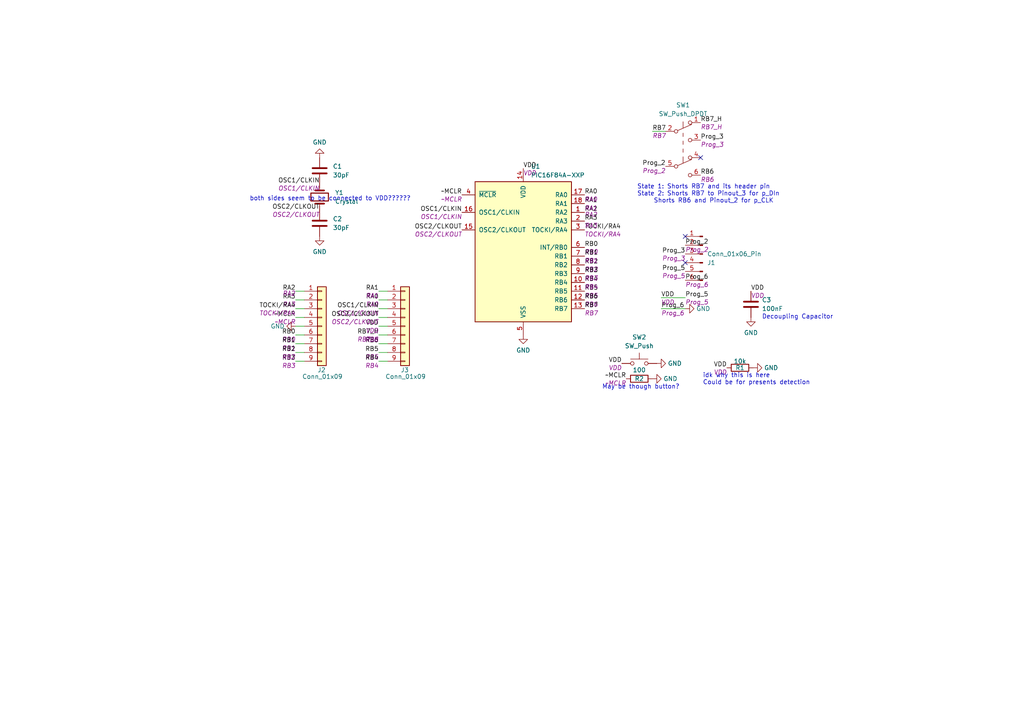
<source format=kicad_sch>
(kicad_sch (version 20230121) (generator eeschema)

  (uuid 7f6162c7-bf28-4710-bfd8-a5a2d74cbb67)

  (paper "A4")

  (lib_symbols
    (symbol "Connector:Conn_01x06_Pin" (pin_names (offset 1.016) hide) (in_bom yes) (on_board yes)
      (property "Reference" "J" (at 0 7.62 0)
        (effects (font (size 1.27 1.27)))
      )
      (property "Value" "Conn_01x06_Pin" (at 0 -10.16 0)
        (effects (font (size 1.27 1.27)))
      )
      (property "Footprint" "" (at 0 0 0)
        (effects (font (size 1.27 1.27)) hide)
      )
      (property "Datasheet" "~" (at 0 0 0)
        (effects (font (size 1.27 1.27)) hide)
      )
      (property "ki_locked" "" (at 0 0 0)
        (effects (font (size 1.27 1.27)))
      )
      (property "ki_keywords" "connector" (at 0 0 0)
        (effects (font (size 1.27 1.27)) hide)
      )
      (property "ki_description" "Generic connector, single row, 01x06, script generated" (at 0 0 0)
        (effects (font (size 1.27 1.27)) hide)
      )
      (property "ki_fp_filters" "Connector*:*_1x??_*" (at 0 0 0)
        (effects (font (size 1.27 1.27)) hide)
      )
      (symbol "Conn_01x06_Pin_1_1"
        (polyline
          (pts
            (xy 1.27 -7.62)
            (xy 0.8636 -7.62)
          )
          (stroke (width 0.1524) (type default))
          (fill (type none))
        )
        (polyline
          (pts
            (xy 1.27 -5.08)
            (xy 0.8636 -5.08)
          )
          (stroke (width 0.1524) (type default))
          (fill (type none))
        )
        (polyline
          (pts
            (xy 1.27 -2.54)
            (xy 0.8636 -2.54)
          )
          (stroke (width 0.1524) (type default))
          (fill (type none))
        )
        (polyline
          (pts
            (xy 1.27 0)
            (xy 0.8636 0)
          )
          (stroke (width 0.1524) (type default))
          (fill (type none))
        )
        (polyline
          (pts
            (xy 1.27 2.54)
            (xy 0.8636 2.54)
          )
          (stroke (width 0.1524) (type default))
          (fill (type none))
        )
        (polyline
          (pts
            (xy 1.27 5.08)
            (xy 0.8636 5.08)
          )
          (stroke (width 0.1524) (type default))
          (fill (type none))
        )
        (rectangle (start 0.8636 -7.493) (end 0 -7.747)
          (stroke (width 0.1524) (type default))
          (fill (type outline))
        )
        (rectangle (start 0.8636 -4.953) (end 0 -5.207)
          (stroke (width 0.1524) (type default))
          (fill (type outline))
        )
        (rectangle (start 0.8636 -2.413) (end 0 -2.667)
          (stroke (width 0.1524) (type default))
          (fill (type outline))
        )
        (rectangle (start 0.8636 0.127) (end 0 -0.127)
          (stroke (width 0.1524) (type default))
          (fill (type outline))
        )
        (rectangle (start 0.8636 2.667) (end 0 2.413)
          (stroke (width 0.1524) (type default))
          (fill (type outline))
        )
        (rectangle (start 0.8636 5.207) (end 0 4.953)
          (stroke (width 0.1524) (type default))
          (fill (type outline))
        )
        (pin passive line (at 5.08 5.08 180) (length 3.81)
          (name "Pin_1" (effects (font (size 1.27 1.27))))
          (number "1" (effects (font (size 1.27 1.27))))
        )
        (pin passive line (at 5.08 2.54 180) (length 3.81)
          (name "Pin_2" (effects (font (size 1.27 1.27))))
          (number "2" (effects (font (size 1.27 1.27))))
        )
        (pin passive line (at 5.08 0 180) (length 3.81)
          (name "Pin_3" (effects (font (size 1.27 1.27))))
          (number "3" (effects (font (size 1.27 1.27))))
        )
        (pin passive line (at 5.08 -2.54 180) (length 3.81)
          (name "Pin_4" (effects (font (size 1.27 1.27))))
          (number "4" (effects (font (size 1.27 1.27))))
        )
        (pin passive line (at 5.08 -5.08 180) (length 3.81)
          (name "Pin_5" (effects (font (size 1.27 1.27))))
          (number "5" (effects (font (size 1.27 1.27))))
        )
        (pin passive line (at 5.08 -7.62 180) (length 3.81)
          (name "Pin_6" (effects (font (size 1.27 1.27))))
          (number "6" (effects (font (size 1.27 1.27))))
        )
      )
    )
    (symbol "Connector_Generic:Conn_01x09" (pin_names (offset 1.016) hide) (in_bom yes) (on_board yes)
      (property "Reference" "J" (at 0 12.7 0)
        (effects (font (size 1.27 1.27)))
      )
      (property "Value" "Conn_01x09" (at 0 -12.7 0)
        (effects (font (size 1.27 1.27)))
      )
      (property "Footprint" "" (at 0 0 0)
        (effects (font (size 1.27 1.27)) hide)
      )
      (property "Datasheet" "~" (at 0 0 0)
        (effects (font (size 1.27 1.27)) hide)
      )
      (property "ki_keywords" "connector" (at 0 0 0)
        (effects (font (size 1.27 1.27)) hide)
      )
      (property "ki_description" "Generic connector, single row, 01x09, script generated (kicad-library-utils/schlib/autogen/connector/)" (at 0 0 0)
        (effects (font (size 1.27 1.27)) hide)
      )
      (property "ki_fp_filters" "Connector*:*_1x??_*" (at 0 0 0)
        (effects (font (size 1.27 1.27)) hide)
      )
      (symbol "Conn_01x09_1_1"
        (rectangle (start -1.27 -10.033) (end 0 -10.287)
          (stroke (width 0.1524) (type default))
          (fill (type none))
        )
        (rectangle (start -1.27 -7.493) (end 0 -7.747)
          (stroke (width 0.1524) (type default))
          (fill (type none))
        )
        (rectangle (start -1.27 -4.953) (end 0 -5.207)
          (stroke (width 0.1524) (type default))
          (fill (type none))
        )
        (rectangle (start -1.27 -2.413) (end 0 -2.667)
          (stroke (width 0.1524) (type default))
          (fill (type none))
        )
        (rectangle (start -1.27 0.127) (end 0 -0.127)
          (stroke (width 0.1524) (type default))
          (fill (type none))
        )
        (rectangle (start -1.27 2.667) (end 0 2.413)
          (stroke (width 0.1524) (type default))
          (fill (type none))
        )
        (rectangle (start -1.27 5.207) (end 0 4.953)
          (stroke (width 0.1524) (type default))
          (fill (type none))
        )
        (rectangle (start -1.27 7.747) (end 0 7.493)
          (stroke (width 0.1524) (type default))
          (fill (type none))
        )
        (rectangle (start -1.27 10.287) (end 0 10.033)
          (stroke (width 0.1524) (type default))
          (fill (type none))
        )
        (rectangle (start -1.27 11.43) (end 1.27 -11.43)
          (stroke (width 0.254) (type default))
          (fill (type background))
        )
        (pin passive line (at -5.08 10.16 0) (length 3.81)
          (name "Pin_1" (effects (font (size 1.27 1.27))))
          (number "1" (effects (font (size 1.27 1.27))))
        )
        (pin passive line (at -5.08 7.62 0) (length 3.81)
          (name "Pin_2" (effects (font (size 1.27 1.27))))
          (number "2" (effects (font (size 1.27 1.27))))
        )
        (pin passive line (at -5.08 5.08 0) (length 3.81)
          (name "Pin_3" (effects (font (size 1.27 1.27))))
          (number "3" (effects (font (size 1.27 1.27))))
        )
        (pin passive line (at -5.08 2.54 0) (length 3.81)
          (name "Pin_4" (effects (font (size 1.27 1.27))))
          (number "4" (effects (font (size 1.27 1.27))))
        )
        (pin passive line (at -5.08 0 0) (length 3.81)
          (name "Pin_5" (effects (font (size 1.27 1.27))))
          (number "5" (effects (font (size 1.27 1.27))))
        )
        (pin passive line (at -5.08 -2.54 0) (length 3.81)
          (name "Pin_6" (effects (font (size 1.27 1.27))))
          (number "6" (effects (font (size 1.27 1.27))))
        )
        (pin passive line (at -5.08 -5.08 0) (length 3.81)
          (name "Pin_7" (effects (font (size 1.27 1.27))))
          (number "7" (effects (font (size 1.27 1.27))))
        )
        (pin passive line (at -5.08 -7.62 0) (length 3.81)
          (name "Pin_8" (effects (font (size 1.27 1.27))))
          (number "8" (effects (font (size 1.27 1.27))))
        )
        (pin passive line (at -5.08 -10.16 0) (length 3.81)
          (name "Pin_9" (effects (font (size 1.27 1.27))))
          (number "9" (effects (font (size 1.27 1.27))))
        )
      )
    )
    (symbol "Device:C" (pin_numbers hide) (pin_names (offset 0.254)) (in_bom yes) (on_board yes)
      (property "Reference" "C" (at 0.635 2.54 0)
        (effects (font (size 1.27 1.27)) (justify left))
      )
      (property "Value" "C" (at 0.635 -2.54 0)
        (effects (font (size 1.27 1.27)) (justify left))
      )
      (property "Footprint" "" (at 0.9652 -3.81 0)
        (effects (font (size 1.27 1.27)) hide)
      )
      (property "Datasheet" "~" (at 0 0 0)
        (effects (font (size 1.27 1.27)) hide)
      )
      (property "ki_keywords" "cap capacitor" (at 0 0 0)
        (effects (font (size 1.27 1.27)) hide)
      )
      (property "ki_description" "Unpolarized capacitor" (at 0 0 0)
        (effects (font (size 1.27 1.27)) hide)
      )
      (property "ki_fp_filters" "C_*" (at 0 0 0)
        (effects (font (size 1.27 1.27)) hide)
      )
      (symbol "C_0_1"
        (polyline
          (pts
            (xy -2.032 -0.762)
            (xy 2.032 -0.762)
          )
          (stroke (width 0.508) (type default))
          (fill (type none))
        )
        (polyline
          (pts
            (xy -2.032 0.762)
            (xy 2.032 0.762)
          )
          (stroke (width 0.508) (type default))
          (fill (type none))
        )
      )
      (symbol "C_1_1"
        (pin passive line (at 0 3.81 270) (length 2.794)
          (name "~" (effects (font (size 1.27 1.27))))
          (number "1" (effects (font (size 1.27 1.27))))
        )
        (pin passive line (at 0 -3.81 90) (length 2.794)
          (name "~" (effects (font (size 1.27 1.27))))
          (number "2" (effects (font (size 1.27 1.27))))
        )
      )
    )
    (symbol "Device:Crystal" (pin_numbers hide) (pin_names (offset 1.016) hide) (in_bom yes) (on_board yes)
      (property "Reference" "Y" (at 0 3.81 0)
        (effects (font (size 1.27 1.27)))
      )
      (property "Value" "Crystal" (at 0 -3.81 0)
        (effects (font (size 1.27 1.27)))
      )
      (property "Footprint" "" (at 0 0 0)
        (effects (font (size 1.27 1.27)) hide)
      )
      (property "Datasheet" "~" (at 0 0 0)
        (effects (font (size 1.27 1.27)) hide)
      )
      (property "ki_keywords" "quartz ceramic resonator oscillator" (at 0 0 0)
        (effects (font (size 1.27 1.27)) hide)
      )
      (property "ki_description" "Two pin crystal" (at 0 0 0)
        (effects (font (size 1.27 1.27)) hide)
      )
      (property "ki_fp_filters" "Crystal*" (at 0 0 0)
        (effects (font (size 1.27 1.27)) hide)
      )
      (symbol "Crystal_0_1"
        (rectangle (start -1.143 2.54) (end 1.143 -2.54)
          (stroke (width 0.3048) (type default))
          (fill (type none))
        )
        (polyline
          (pts
            (xy -2.54 0)
            (xy -1.905 0)
          )
          (stroke (width 0) (type default))
          (fill (type none))
        )
        (polyline
          (pts
            (xy -1.905 -1.27)
            (xy -1.905 1.27)
          )
          (stroke (width 0.508) (type default))
          (fill (type none))
        )
        (polyline
          (pts
            (xy 1.905 -1.27)
            (xy 1.905 1.27)
          )
          (stroke (width 0.508) (type default))
          (fill (type none))
        )
        (polyline
          (pts
            (xy 2.54 0)
            (xy 1.905 0)
          )
          (stroke (width 0) (type default))
          (fill (type none))
        )
      )
      (symbol "Crystal_1_1"
        (pin passive line (at -3.81 0 0) (length 1.27)
          (name "1" (effects (font (size 1.27 1.27))))
          (number "1" (effects (font (size 1.27 1.27))))
        )
        (pin passive line (at 3.81 0 180) (length 1.27)
          (name "2" (effects (font (size 1.27 1.27))))
          (number "2" (effects (font (size 1.27 1.27))))
        )
      )
    )
    (symbol "Device:R" (pin_numbers hide) (pin_names (offset 0)) (in_bom yes) (on_board yes)
      (property "Reference" "R" (at 2.032 0 90)
        (effects (font (size 1.27 1.27)))
      )
      (property "Value" "R" (at 0 0 90)
        (effects (font (size 1.27 1.27)))
      )
      (property "Footprint" "" (at -1.778 0 90)
        (effects (font (size 1.27 1.27)) hide)
      )
      (property "Datasheet" "~" (at 0 0 0)
        (effects (font (size 1.27 1.27)) hide)
      )
      (property "ki_keywords" "R res resistor" (at 0 0 0)
        (effects (font (size 1.27 1.27)) hide)
      )
      (property "ki_description" "Resistor" (at 0 0 0)
        (effects (font (size 1.27 1.27)) hide)
      )
      (property "ki_fp_filters" "R_*" (at 0 0 0)
        (effects (font (size 1.27 1.27)) hide)
      )
      (symbol "R_0_1"
        (rectangle (start -1.016 -2.54) (end 1.016 2.54)
          (stroke (width 0.254) (type default))
          (fill (type none))
        )
      )
      (symbol "R_1_1"
        (pin passive line (at 0 3.81 270) (length 1.27)
          (name "~" (effects (font (size 1.27 1.27))))
          (number "1" (effects (font (size 1.27 1.27))))
        )
        (pin passive line (at 0 -3.81 90) (length 1.27)
          (name "~" (effects (font (size 1.27 1.27))))
          (number "2" (effects (font (size 1.27 1.27))))
        )
      )
    )
    (symbol "MCU_Microchip_PIC16:PIC16F84A-XXP" (pin_names (offset 1.016)) (in_bom yes) (on_board yes)
      (property "Reference" "U" (at 2.54 22.86 0)
        (effects (font (size 1.27 1.27)) (justify left))
      )
      (property "Value" "PIC16F84A-XXP" (at 2.54 20.32 0)
        (effects (font (size 1.27 1.27)) (justify left))
      )
      (property "Footprint" "" (at 0 0 0)
        (effects (font (size 1.27 1.27) italic) hide)
      )
      (property "Datasheet" "http://ww1.microchip.com/downloads/en/devicedoc/35007b.pdf" (at 0 0 0)
        (effects (font (size 1.27 1.27)) hide)
      )
      (property "ki_keywords" "Flash-Based 8-Bit Microcontroller" (at 0 0 0)
        (effects (font (size 1.27 1.27)) hide)
      )
      (property "ki_description" "PIC16F84A, 1K Flash, 68B SRAM, 64B EEPROM, DIP18" (at 0 0 0)
        (effects (font (size 1.27 1.27)) hide)
      )
      (property "ki_fp_filters" "DIP* PDIP*" (at 0 0 0)
        (effects (font (size 1.27 1.27)) hide)
      )
      (symbol "PIC16F84A-XXP_0_1"
        (rectangle (start -13.97 19.05) (end 13.97 -21.59)
          (stroke (width 0.254) (type default))
          (fill (type background))
        )
      )
      (symbol "PIC16F84A-XXP_1_1"
        (pin bidirectional line (at 17.78 10.16 180) (length 3.81)
          (name "RA2" (effects (font (size 1.27 1.27))))
          (number "1" (effects (font (size 1.27 1.27))))
        )
        (pin bidirectional line (at 17.78 -10.16 180) (length 3.81)
          (name "RB4" (effects (font (size 1.27 1.27))))
          (number "10" (effects (font (size 1.27 1.27))))
        )
        (pin bidirectional line (at 17.78 -12.7 180) (length 3.81)
          (name "RB5" (effects (font (size 1.27 1.27))))
          (number "11" (effects (font (size 1.27 1.27))))
        )
        (pin bidirectional line (at 17.78 -15.24 180) (length 3.81)
          (name "RB6" (effects (font (size 1.27 1.27))))
          (number "12" (effects (font (size 1.27 1.27))))
        )
        (pin bidirectional line (at 17.78 -17.78 180) (length 3.81)
          (name "RB7" (effects (font (size 1.27 1.27))))
          (number "13" (effects (font (size 1.27 1.27))))
        )
        (pin power_in line (at 0 22.86 270) (length 3.81)
          (name "VDD" (effects (font (size 1.27 1.27))))
          (number "14" (effects (font (size 1.27 1.27))))
        )
        (pin output line (at -17.78 5.08 0) (length 3.81)
          (name "OSC2/CLKOUT" (effects (font (size 1.27 1.27))))
          (number "15" (effects (font (size 1.27 1.27))))
        )
        (pin input line (at -17.78 10.16 0) (length 3.81)
          (name "OSC1/CLKIN" (effects (font (size 1.27 1.27))))
          (number "16" (effects (font (size 1.27 1.27))))
        )
        (pin bidirectional line (at 17.78 15.24 180) (length 3.81)
          (name "RA0" (effects (font (size 1.27 1.27))))
          (number "17" (effects (font (size 1.27 1.27))))
        )
        (pin bidirectional line (at 17.78 12.7 180) (length 3.81)
          (name "RA1" (effects (font (size 1.27 1.27))))
          (number "18" (effects (font (size 1.27 1.27))))
        )
        (pin bidirectional line (at 17.78 7.62 180) (length 3.81)
          (name "RA3" (effects (font (size 1.27 1.27))))
          (number "2" (effects (font (size 1.27 1.27))))
        )
        (pin bidirectional line (at 17.78 5.08 180) (length 3.81)
          (name "TOCKI/RA4" (effects (font (size 1.27 1.27))))
          (number "3" (effects (font (size 1.27 1.27))))
        )
        (pin input line (at -17.78 15.24 0) (length 3.81)
          (name "~{MCLR}" (effects (font (size 1.27 1.27))))
          (number "4" (effects (font (size 1.27 1.27))))
        )
        (pin power_in line (at 0 -25.4 90) (length 3.81)
          (name "VSS" (effects (font (size 1.27 1.27))))
          (number "5" (effects (font (size 1.27 1.27))))
        )
        (pin bidirectional line (at 17.78 0 180) (length 3.81)
          (name "INT/RB0" (effects (font (size 1.27 1.27))))
          (number "6" (effects (font (size 1.27 1.27))))
        )
        (pin bidirectional line (at 17.78 -2.54 180) (length 3.81)
          (name "RB1" (effects (font (size 1.27 1.27))))
          (number "7" (effects (font (size 1.27 1.27))))
        )
        (pin bidirectional line (at 17.78 -5.08 180) (length 3.81)
          (name "RB2" (effects (font (size 1.27 1.27))))
          (number "8" (effects (font (size 1.27 1.27))))
        )
        (pin bidirectional line (at 17.78 -7.62 180) (length 3.81)
          (name "RB3" (effects (font (size 1.27 1.27))))
          (number "9" (effects (font (size 1.27 1.27))))
        )
      )
    )
    (symbol "Switch:SW_Push" (pin_numbers hide) (pin_names (offset 1.016) hide) (in_bom yes) (on_board yes)
      (property "Reference" "SW" (at 1.27 2.54 0)
        (effects (font (size 1.27 1.27)) (justify left))
      )
      (property "Value" "SW_Push" (at 0 -1.524 0)
        (effects (font (size 1.27 1.27)))
      )
      (property "Footprint" "" (at 0 5.08 0)
        (effects (font (size 1.27 1.27)) hide)
      )
      (property "Datasheet" "~" (at 0 5.08 0)
        (effects (font (size 1.27 1.27)) hide)
      )
      (property "ki_keywords" "switch normally-open pushbutton push-button" (at 0 0 0)
        (effects (font (size 1.27 1.27)) hide)
      )
      (property "ki_description" "Push button switch, generic, two pins" (at 0 0 0)
        (effects (font (size 1.27 1.27)) hide)
      )
      (symbol "SW_Push_0_1"
        (circle (center -2.032 0) (radius 0.508)
          (stroke (width 0) (type default))
          (fill (type none))
        )
        (polyline
          (pts
            (xy 0 1.27)
            (xy 0 3.048)
          )
          (stroke (width 0) (type default))
          (fill (type none))
        )
        (polyline
          (pts
            (xy 2.54 1.27)
            (xy -2.54 1.27)
          )
          (stroke (width 0) (type default))
          (fill (type none))
        )
        (circle (center 2.032 0) (radius 0.508)
          (stroke (width 0) (type default))
          (fill (type none))
        )
        (pin passive line (at -5.08 0 0) (length 2.54)
          (name "1" (effects (font (size 1.27 1.27))))
          (number "1" (effects (font (size 1.27 1.27))))
        )
        (pin passive line (at 5.08 0 180) (length 2.54)
          (name "2" (effects (font (size 1.27 1.27))))
          (number "2" (effects (font (size 1.27 1.27))))
        )
      )
    )
    (symbol "Switch:SW_Push_DPDT" (pin_names (offset 0) hide) (in_bom yes) (on_board yes)
      (property "Reference" "SW" (at 0 8.89 0)
        (effects (font (size 1.27 1.27)))
      )
      (property "Value" "SW_Push_DPDT" (at 0 -10.16 0)
        (effects (font (size 1.27 1.27)))
      )
      (property "Footprint" "" (at 0 5.08 0)
        (effects (font (size 1.27 1.27)) hide)
      )
      (property "Datasheet" "~" (at 0 5.08 0)
        (effects (font (size 1.27 1.27)) hide)
      )
      (property "ki_keywords" "switch dual-pole double-throw spdt ON-ON" (at 0 0 0)
        (effects (font (size 1.27 1.27)) hide)
      )
      (property "ki_description" "Momentary Switch, dual pole double throw" (at 0 0 0)
        (effects (font (size 1.27 1.27)) hide)
      )
      (symbol "SW_Push_DPDT_0_0"
        (circle (center -2.032 -5.08) (radius 0.508)
          (stroke (width 0) (type default))
          (fill (type none))
        )
        (circle (center -2.032 5.08) (radius 0.508)
          (stroke (width 0) (type default))
          (fill (type none))
        )
        (circle (center 2.032 -7.62) (radius 0.508)
          (stroke (width 0) (type default))
          (fill (type none))
        )
        (circle (center 2.032 2.54) (radius 0.508)
          (stroke (width 0) (type default))
          (fill (type none))
        )
      )
      (symbol "SW_Push_DPDT_0_1"
        (polyline
          (pts
            (xy -1.524 -4.826)
            (xy 2.54 -3.048)
          )
          (stroke (width 0) (type default))
          (fill (type none))
        )
        (polyline
          (pts
            (xy -1.524 5.334)
            (xy 2.54 7.112)
          )
          (stroke (width 0) (type default))
          (fill (type none))
        )
        (polyline
          (pts
            (xy 0 -2.286)
            (xy 0 -4.064)
          )
          (stroke (width 0) (type default))
          (fill (type none))
        )
        (polyline
          (pts
            (xy 0 -1.016)
            (xy 0 0)
          )
          (stroke (width 0) (type default))
          (fill (type none))
        )
        (polyline
          (pts
            (xy 0 1.27)
            (xy 0 2.286)
          )
          (stroke (width 0) (type default))
          (fill (type none))
        )
        (polyline
          (pts
            (xy 0 3.556)
            (xy 0 4.572)
          )
          (stroke (width 0) (type default))
          (fill (type none))
        )
        (polyline
          (pts
            (xy 0 7.874)
            (xy 0 6.096)
          )
          (stroke (width 0) (type default))
          (fill (type none))
        )
        (circle (center 2.032 -2.54) (radius 0.508)
          (stroke (width 0) (type default))
          (fill (type none))
        )
        (circle (center 2.032 7.62) (radius 0.508)
          (stroke (width 0) (type default))
          (fill (type none))
        )
      )
      (symbol "SW_Push_DPDT_1_1"
        (pin passive line (at 5.08 7.62 180) (length 2.54)
          (name "A" (effects (font (size 1.27 1.27))))
          (number "1" (effects (font (size 1.27 1.27))))
        )
        (pin passive line (at -5.08 5.08 0) (length 2.54)
          (name "B" (effects (font (size 1.27 1.27))))
          (number "2" (effects (font (size 1.27 1.27))))
        )
        (pin passive line (at 5.08 2.54 180) (length 2.54)
          (name "C" (effects (font (size 1.27 1.27))))
          (number "3" (effects (font (size 1.27 1.27))))
        )
        (pin passive line (at 5.08 -2.54 180) (length 2.54)
          (name "A" (effects (font (size 1.27 1.27))))
          (number "4" (effects (font (size 1.27 1.27))))
        )
        (pin passive line (at -5.08 -5.08 0) (length 2.54)
          (name "B" (effects (font (size 1.27 1.27))))
          (number "5" (effects (font (size 1.27 1.27))))
        )
        (pin passive line (at 5.08 -7.62 180) (length 2.54)
          (name "C" (effects (font (size 1.27 1.27))))
          (number "6" (effects (font (size 1.27 1.27))))
        )
      )
    )
    (symbol "power:GND" (power) (pin_names (offset 0)) (in_bom yes) (on_board yes)
      (property "Reference" "#PWR" (at 0 -6.35 0)
        (effects (font (size 1.27 1.27)) hide)
      )
      (property "Value" "GND" (at 0 -3.81 0)
        (effects (font (size 1.27 1.27)))
      )
      (property "Footprint" "" (at 0 0 0)
        (effects (font (size 1.27 1.27)) hide)
      )
      (property "Datasheet" "" (at 0 0 0)
        (effects (font (size 1.27 1.27)) hide)
      )
      (property "ki_keywords" "global power" (at 0 0 0)
        (effects (font (size 1.27 1.27)) hide)
      )
      (property "ki_description" "Power symbol creates a global label with name \"GND\" , ground" (at 0 0 0)
        (effects (font (size 1.27 1.27)) hide)
      )
      (symbol "GND_0_1"
        (polyline
          (pts
            (xy 0 0)
            (xy 0 -1.27)
            (xy 1.27 -1.27)
            (xy 0 -2.54)
            (xy -1.27 -1.27)
            (xy 0 -1.27)
          )
          (stroke (width 0) (type default))
          (fill (type none))
        )
      )
      (symbol "GND_1_1"
        (pin power_in line (at 0 0 270) (length 0) hide
          (name "GND" (effects (font (size 1.27 1.27))))
          (number "1" (effects (font (size 1.27 1.27))))
        )
      )
    )
  )


  (no_connect (at 198.755 76.2) (uuid 483cc938-b46b-46bf-80c4-e93f43189392))
  (no_connect (at 198.755 68.58) (uuid 55a87cb1-cdfd-4180-9654-bebe7c25337c))
  (no_connect (at 203.2 45.72) (uuid ee4534cd-f542-498d-9f30-ab53d3266521))

  (wire (pts (xy 112.395 89.535) (xy 109.855 89.535))
    (stroke (width 0) (type default))
    (uuid 133ec88e-81d1-4277-b884-189ed37ac1e4)
  )
  (wire (pts (xy 112.395 86.995) (xy 109.855 86.995))
    (stroke (width 0) (type default))
    (uuid 209bc165-b0a8-4786-ad6b-6cdfe244987e)
  )
  (wire (pts (xy 191.77 86.36) (xy 198.755 86.36))
    (stroke (width 0) (type default))
    (uuid 277e38b2-0414-46bd-b93d-2d0f3a65dbf7)
  )
  (wire (pts (xy 88.265 99.695) (xy 85.725 99.695))
    (stroke (width 0) (type default))
    (uuid 2ae3f959-45ea-4621-90c6-81b6812e79df)
  )
  (wire (pts (xy 88.265 102.235) (xy 85.725 102.235))
    (stroke (width 0) (type default))
    (uuid 2edcf99e-c401-4d74-b21c-fb97e69124c1)
  )
  (wire (pts (xy 112.395 94.615) (xy 109.855 94.615))
    (stroke (width 0) (type default))
    (uuid 3c390b4a-e1e2-4ce9-ba07-1ccf66579260)
  )
  (wire (pts (xy 88.265 86.995) (xy 85.725 86.995))
    (stroke (width 0) (type default))
    (uuid 48cd1ab2-3888-4195-961d-7f3a544ac362)
  )
  (wire (pts (xy 189.23 38.1) (xy 193.04 38.1))
    (stroke (width 0) (type default))
    (uuid 673f932e-0a6a-4721-a004-f479f88b38a8)
  )
  (wire (pts (xy 112.395 97.155) (xy 109.855 97.155))
    (stroke (width 0) (type default))
    (uuid 90644765-fcb1-401a-aa61-aed052f1a5f3)
  )
  (wire (pts (xy 191.77 89.535) (xy 198.755 89.535))
    (stroke (width 0) (type default))
    (uuid 999f827f-f72e-4b38-96d1-331aa82b2a86)
  )
  (wire (pts (xy 112.395 104.775) (xy 109.855 104.775))
    (stroke (width 0) (type default))
    (uuid a1f25e09-f34e-43da-b217-747d7218e2c7)
  )
  (wire (pts (xy 88.265 97.155) (xy 85.725 97.155))
    (stroke (width 0) (type default))
    (uuid a5c369b1-bd49-4d1a-a9dc-951b27ae40fa)
  )
  (wire (pts (xy 88.265 89.535) (xy 85.725 89.535))
    (stroke (width 0) (type default))
    (uuid aad425bf-79bc-43b6-9b1e-dd3893169bf8)
  )
  (wire (pts (xy 112.395 99.695) (xy 109.855 99.695))
    (stroke (width 0) (type default))
    (uuid b457aa4b-f801-4b27-8e79-a9b8b1d5d310)
  )
  (wire (pts (xy 112.395 102.235) (xy 109.855 102.235))
    (stroke (width 0) (type default))
    (uuid beb2eeb3-b4df-4b50-b423-5396dd8602af)
  )
  (wire (pts (xy 88.265 84.455) (xy 85.725 84.455))
    (stroke (width 0) (type default))
    (uuid cb75c6d3-79db-4698-a463-66574b99ecba)
  )
  (wire (pts (xy 88.265 92.075) (xy 85.725 92.075))
    (stroke (width 0) (type default))
    (uuid d21f100d-b079-4315-84bc-7350c0a07bf5)
  )
  (wire (pts (xy 88.265 104.775) (xy 85.725 104.775))
    (stroke (width 0) (type default))
    (uuid dfe153cb-9a0b-4caf-b8af-7d7ac377ae5f)
  )
  (wire (pts (xy 112.395 92.075) (xy 109.855 92.075))
    (stroke (width 0) (type default))
    (uuid f700ccfc-d85d-4988-88b3-3df543db81c5)
  )
  (wire (pts (xy 112.395 84.455) (xy 109.855 84.455))
    (stroke (width 0) (type default))
    (uuid f84d6fd7-4a5e-47c6-9eba-0e4db76877ae)
  )
  (wire (pts (xy 88.265 94.615) (xy 85.725 94.615))
    (stroke (width 0) (type default))
    (uuid fa7bf02f-f467-45d4-83e7-cb1970c62b1c)
  )

  (text "Decoupling Capacitor" (at 220.98 92.71 0)
    (effects (font (size 1.27 1.27)) (justify left bottom))
    (uuid 16871e34-fbca-4bba-8485-2ad564fcdc20)
  )
  (text "State 1: Shorts RB7 and its header pin\nState 2: Shorts RB7 to Pinout_3 for p_DIn\n	Shorts RB6 and Pinout_2 for p_CLK"
    (at 184.785 59.055 0)
    (effects (font (size 1.27 1.27)) (justify left bottom))
    (uuid 56ea6278-9939-47aa-b718-d8f3573c1eb5)
  )
  (text "both sides seem to be connected to VDD??????" (at 72.39 58.42 0)
    (effects (font (size 1.27 1.27)) (justify left bottom))
    (uuid 78f8443b-f964-4d5a-b211-9556e1a4dc8e)
  )
  (text "May be though button?" (at 174.625 113.03 0)
    (effects (font (size 1.27 1.27)) (justify left bottom))
    (uuid 9975f075-7072-4b89-b92e-fbf325b12900)
  )
  (text "idk why this is here\nCould be for presents detection"
    (at 203.835 111.76 0)
    (effects (font (size 1.27 1.27)) (justify left bottom))
    (uuid dd46764b-e80f-4a65-b147-4845ca0f933f)
  )

  (label "~MCLR" (at 133.985 56.515 180) (fields_autoplaced)
    (effects (font (size 1.27 1.27)) (justify right bottom))
    (uuid 036b557f-3c65-4dc3-a132-547e348e4116)
    (property "Netclass" "~MCLR" (at 133.985 57.785 0)
      (effects (font (size 1.27 1.27) italic) (justify right))
    )
  )
  (label "OSC1{slash}CLKIN" (at 92.71 53.34 180) (fields_autoplaced)
    (effects (font (size 1.27 1.27)) (justify right bottom))
    (uuid 03f87cd6-9536-40a8-a0b7-3186e3643f8c)
    (property "Netclass" "OSC1/CLKIN" (at 92.71 54.61 0)
      (effects (font (size 1.27 1.27) italic) (justify right))
    )
  )
  (label "OSC1{slash}CLKIN" (at 133.985 61.595 180) (fields_autoplaced)
    (effects (font (size 1.27 1.27)) (justify right bottom))
    (uuid 05ee8cfa-5c70-48d4-af90-1d02fb6aed8a)
    (property "Netclass" "OSC1/CLKIN" (at 133.985 62.865 0)
      (effects (font (size 1.27 1.27) italic) (justify right))
    )
  )
  (label "RB2" (at 85.725 102.235 180) (fields_autoplaced)
    (effects (font (size 1.27 1.27)) (justify right bottom))
    (uuid 0a5990c4-6cff-450e-b5fe-8a667e096551)
    (property "Netclass" "RB2" (at 85.725 103.505 0)
      (effects (font (size 1.27 1.27) italic) (justify right))
    )
  )
  (label "RA0" (at 109.855 86.995 180) (fields_autoplaced)
    (effects (font (size 1.27 1.27)) (justify right bottom))
    (uuid 0dc3ee86-298b-4c53-8091-f0f0e0ffb9d5)
    (property "Netclass" "RA0" (at 109.855 88.265 0)
      (effects (font (size 1.27 1.27) italic) (justify right))
    )
  )
  (label "RB7_H" (at 203.2 35.56 0) (fields_autoplaced)
    (effects (font (size 1.27 1.27)) (justify left bottom))
    (uuid 138e7173-1639-46c3-886b-70056ba10062)
    (property "Netclass" "RB7_H" (at 203.2 36.83 0)
      (effects (font (size 1.27 1.27) italic) (justify left))
    )
  )
  (label "RA3" (at 169.545 64.135 0) (fields_autoplaced)
    (effects (font (size 1.27 1.27)) (justify left bottom))
    (uuid 1ba01cb4-fe14-4cfd-aad5-c5fadd44f824)
    (property "Netclass" "RA3" (at 169.545 65.405 0)
      (effects (font (size 1.27 1.27) italic) (justify left))
    )
  )
  (label "Prog_6" (at 198.755 81.28 0) (fields_autoplaced)
    (effects (font (size 1.27 1.27)) (justify left bottom))
    (uuid 272941e5-ef37-465b-b922-83ffd3649fa8)
    (property "Netclass" "Prog_6" (at 198.755 82.55 0)
      (effects (font (size 1.27 1.27) italic) (justify left))
    )
  )
  (label "RB7" (at 169.545 89.535 0)
    (effects (font (size 1.27 1.27)) (justify left bottom))
    (uuid 2f466d7b-e8db-42aa-8bea-cc6449545e16)
    (property "Netclass" "RB7" (at 169.545 90.805 0)
      (effects (font (size 1.27 1.27) italic) (justify left))
    )
  )
  (label "RB5" (at 109.855 102.235 180) (fields_autoplaced)
    (effects (font (size 1.27 1.27)) (justify right bottom))
    (uuid 2f97d319-c346-4ca0-ac66-36fcf4dbd171)
    (property "Netclass" "RB5" (at 109.855 103.505 0)
      (effects (font (size 1.27 1.27) italic) (justify right))
    )
  )
  (label "RB0" (at 169.545 71.755 0) (fields_autoplaced)
    (effects (font (size 1.27 1.27)) (justify left bottom))
    (uuid 318e2689-6e08-4a7b-bf60-ab3476a26a7a)
    (property "Netclass" "RB0" (at 169.545 73.025 0)
      (effects (font (size 1.27 1.27) italic) (justify left))
    )
  )
  (label "OSC2{slash}CLKOUT" (at 109.855 92.075 180) (fields_autoplaced)
    (effects (font (size 1.27 1.27)) (justify right bottom))
    (uuid 336d9064-048d-465f-a48e-f68f8159e81f)
    (property "Netclass" "OSC2/CLKOUT" (at 109.855 93.345 0)
      (effects (font (size 1.27 1.27) italic) (justify right))
    )
  )
  (label "VDD" (at 210.82 106.68 180) (fields_autoplaced)
    (effects (font (size 1.27 1.27)) (justify right bottom))
    (uuid 340d3eec-01ab-4f8c-8038-039302aefd67)
    (property "Netclass" "VDD" (at 210.82 107.95 0)
      (effects (font (size 1.27 1.27) italic) (justify right))
    )
  )
  (label "VDD" (at 109.855 94.615 180) (fields_autoplaced)
    (effects (font (size 1.27 1.27)) (justify right bottom))
    (uuid 38d0f430-e567-406e-8b5d-53f5015391df)
    (property "Netclass" "VDD" (at 109.855 95.885 0)
      (effects (font (size 1.27 1.27) italic) (justify right))
    )
  )
  (label "RB3" (at 169.545 79.375 0) (fields_autoplaced)
    (effects (font (size 1.27 1.27)) (justify left bottom))
    (uuid 3a929559-4e2e-4027-a98f-ac6e8fb6df51)
    (property "Netclass" "RB3" (at 169.545 80.645 0)
      (effects (font (size 1.27 1.27) italic) (justify left))
    )
  )
  (label "RB4" (at 169.545 81.915 0) (fields_autoplaced)
    (effects (font (size 1.27 1.27)) (justify left bottom))
    (uuid 45624fb4-523b-4c3c-921d-335cce6fe11d)
    (property "Netclass" "RB4" (at 169.545 83.185 0)
      (effects (font (size 1.27 1.27) italic) (justify left))
    )
  )
  (label "OSC1{slash}CLKIN" (at 109.855 89.535 180) (fields_autoplaced)
    (effects (font (size 1.27 1.27)) (justify right bottom))
    (uuid 47ec44d5-17dc-42ac-af5c-ed879a7fb917)
    (property "Netclass" "OSC1/CLKIN" (at 109.855 90.805 0)
      (effects (font (size 1.27 1.27) italic) (justify right))
    )
  )
  (label "RB7" (at 189.23 38.1 0) (fields_autoplaced)
    (effects (font (size 1.27 1.27)) (justify left bottom))
    (uuid 4bc18029-c738-426b-9c70-bfcb62f47abc)
    (property "Netclass" "RB7" (at 189.23 39.37 0)
      (effects (font (size 1.27 1.27) italic) (justify left))
    )
  )
  (label "RB2" (at 169.545 76.835 0) (fields_autoplaced)
    (effects (font (size 1.27 1.27)) (justify left bottom))
    (uuid 5e8945e7-bb8c-4cca-81ea-12fc2af14ab4)
    (property "Netclass" "RB2" (at 169.545 78.105 0)
      (effects (font (size 1.27 1.27) italic) (justify left))
    )
  )
  (label "RA1" (at 109.855 84.455 180) (fields_autoplaced)
    (effects (font (size 1.27 1.27)) (justify right bottom))
    (uuid 5ee8be71-0cfa-4e9e-b92f-a12976e3879b)
    (property "Netclass" "RA1" (at 109.855 85.725 0)
      (effects (font (size 1.27 1.27) italic) (justify right))
    )
  )
  (label "Prog_3" (at 203.2 40.64 0) (fields_autoplaced)
    (effects (font (size 1.27 1.27)) (justify left bottom))
    (uuid 5f19041d-09aa-47e6-a29f-dc9c35eb5fd4)
    (property "Netclass" "Prog_3" (at 203.2 41.91 0)
      (effects (font (size 1.27 1.27) italic) (justify left))
    )
  )
  (label "OSC2{slash}CLKOUT" (at 92.71 60.96 180) (fields_autoplaced)
    (effects (font (size 1.27 1.27)) (justify right bottom))
    (uuid 64ec9308-a1f6-4b75-b69e-cb5fa2cb94f9)
    (property "Netclass" "OSC2/CLKOUT" (at 92.71 62.23 0)
      (effects (font (size 1.27 1.27) italic) (justify right))
    )
  )
  (label "RB6" (at 169.545 86.995 0)
    (effects (font (size 1.27 1.27)) (justify left bottom))
    (uuid 693d1e63-a2be-4e76-85da-5d450ba2209a)
    (property "Netclass" "RB6" (at 169.545 88.265 0)
      (effects (font (size 1.27 1.27) italic) (justify left))
    )
  )
  (label "RA0" (at 169.545 56.515 0) (fields_autoplaced)
    (effects (font (size 1.27 1.27)) (justify left bottom))
    (uuid 697985cb-3882-42ad-aa86-5207a07c0ace)
    (property "Netclass" "RA0" (at 169.545 57.785 0)
      (effects (font (size 1.27 1.27) italic) (justify left))
    )
  )
  (label "RB3" (at 85.725 104.775 180) (fields_autoplaced)
    (effects (font (size 1.27 1.27)) (justify right bottom))
    (uuid 786c9e6b-5376-45b7-a8ee-9a3286d64043)
    (property "Netclass" "RB3" (at 85.725 106.045 0)
      (effects (font (size 1.27 1.27) italic) (justify right))
    )
  )
  (label "VDD" (at 151.765 48.895 0) (fields_autoplaced)
    (effects (font (size 1.27 1.27)) (justify left bottom))
    (uuid 86d15c85-76bd-452c-92e6-548b0b4d6d4c)
    (property "Netclass" "VDD" (at 151.765 50.165 0)
      (effects (font (size 1.27 1.27) italic) (justify left))
    )
  )
  (label "RB0" (at 85.725 97.155 180) (fields_autoplaced)
    (effects (font (size 1.27 1.27)) (justify right bottom))
    (uuid 8c20fd38-0c19-4666-bd91-3a47b0e5ac4c)
    (property "Netclass" "RB0" (at 85.725 98.425 0)
      (effects (font (size 1.27 1.27) italic) (justify right))
    )
  )
  (label "RB6" (at 109.855 99.695 180)
    (effects (font (size 1.27 1.27)) (justify right bottom))
    (uuid 8c884182-4653-4ff1-bcb4-95cfc0238917)
    (property "Netclass" "RB6" (at 109.855 98.425 0)
      (effects (font (size 1.27 1.27) italic) (justify right))
    )
  )
  (label "RB1" (at 85.725 99.695 180) (fields_autoplaced)
    (effects (font (size 1.27 1.27)) (justify right bottom))
    (uuid 904ef19a-c576-4844-9696-887dc2bfdab9)
    (property "Netclass" "RB1" (at 85.725 100.965 0)
      (effects (font (size 1.27 1.27) italic) (justify right))
    )
  )
  (label "TOCKI{slash}RA4" (at 169.545 66.675 0) (fields_autoplaced)
    (effects (font (size 1.27 1.27)) (justify left bottom))
    (uuid 920b88c7-3b01-4e86-a536-bf1baac723fd)
    (property "Netclass" "TOCKI/RA4" (at 169.545 67.945 0)
      (effects (font (size 1.27 1.27) italic) (justify left))
    )
  )
  (label "Prog_3" (at 198.755 73.66 180) (fields_autoplaced)
    (effects (font (size 1.27 1.27)) (justify right bottom))
    (uuid 9356db40-3e3f-4637-8d22-c1617ef4b492)
    (property "Netclass" "Prog_3" (at 198.755 74.93 0)
      (effects (font (size 1.27 1.27) italic) (justify right))
    )
  )
  (label "Prog_6" (at 191.77 89.535 0) (fields_autoplaced)
    (effects (font (size 1.27 1.27)) (justify left bottom))
    (uuid 975e11b8-e639-4d29-bd81-cb3b2a2400c4)
    (property "Netclass" "Prog_6" (at 191.77 90.805 0)
      (effects (font (size 1.27 1.27) italic) (justify left))
    )
  )
  (label "VDD" (at 191.77 86.36 0) (fields_autoplaced)
    (effects (font (size 1.27 1.27)) (justify left bottom))
    (uuid 9e95f441-ae28-4693-95f4-177574c45668)
    (property "Netclass" "VDD" (at 191.77 87.63 0)
      (effects (font (size 1.27 1.27) italic) (justify left))
    )
  )
  (label "Prog_2" (at 198.755 71.12 0) (fields_autoplaced)
    (effects (font (size 1.27 1.27)) (justify left bottom))
    (uuid a87ae892-30d5-4e49-a527-ac13776c08f6)
    (property "Netclass" "Prog_2" (at 198.755 72.39 0)
      (effects (font (size 1.27 1.27) italic) (justify left))
    )
  )
  (label "RA2" (at 85.725 84.455 180)
    (effects (font (size 1.27 1.27)) (justify right bottom))
    (uuid a8bfcae9-fac3-4e3b-a774-765b3284724c)
    (property "Netclass" "RA2" (at 85.725 85.09 0)
      (effects (font (size 1.27 1.27) italic) (justify right))
    )
  )
  (label "RA3" (at 85.725 86.995 180) (fields_autoplaced)
    (effects (font (size 1.27 1.27)) (justify right bottom))
    (uuid af0a203e-5517-46e3-9408-2b0a369e84f7)
    (property "Netclass" "RA3" (at 85.725 88.265 0)
      (effects (font (size 1.27 1.27) italic) (justify right))
    )
  )
  (label "RA1" (at 169.545 59.055 0) (fields_autoplaced)
    (effects (font (size 1.27 1.27)) (justify left bottom))
    (uuid c0d74253-a98a-4cae-903e-19fa23cf0117)
    (property "Netclass" "RA1" (at 169.545 60.325 0)
      (effects (font (size 1.27 1.27) italic) (justify left))
    )
  )
  (label "RB1" (at 169.545 74.295 0) (fields_autoplaced)
    (effects (font (size 1.27 1.27)) (justify left bottom))
    (uuid cd96d7b4-c94f-4fe3-9cb6-95d20ec04f3e)
    (property "Netclass" "RB1" (at 169.545 75.565 0)
      (effects (font (size 1.27 1.27) italic) (justify left))
    )
  )
  (label "OSC2{slash}CLKOUT" (at 133.985 66.675 180) (fields_autoplaced)
    (effects (font (size 1.27 1.27)) (justify right bottom))
    (uuid cdfd8e57-d7a5-42f3-a9e3-f33472dd1f11)
    (property "Netclass" "OSC2/CLKOUT" (at 133.985 67.945 0)
      (effects (font (size 1.27 1.27) italic) (justify right))
    )
  )
  (label "VDD" (at 217.805 84.455 0) (fields_autoplaced)
    (effects (font (size 1.27 1.27)) (justify left bottom))
    (uuid d331f951-ab2c-46d0-bd80-84fd63b3d756)
    (property "Netclass" "VDD" (at 217.805 85.725 0)
      (effects (font (size 1.27 1.27) italic) (justify left))
    )
  )
  (label "RA2" (at 169.545 61.595 0)
    (effects (font (size 1.27 1.27)) (justify left bottom))
    (uuid d8659895-ca8f-41a2-8caf-66316ba9f28e)
    (property "Netclass" "RA2" (at 169.545 62.23 0)
      (effects (font (size 1.27 1.27) italic) (justify left))
    )
  )
  (label "RB5" (at 169.545 84.455 0) (fields_autoplaced)
    (effects (font (size 1.27 1.27)) (justify left bottom))
    (uuid dac937cd-5b38-4b89-aa19-ca33365ce56f)
    (property "Netclass" "RB5" (at 169.545 85.725 0)
      (effects (font (size 1.27 1.27) italic) (justify left))
    )
  )
  (label "Prog_2" (at 193.04 48.26 180) (fields_autoplaced)
    (effects (font (size 1.27 1.27)) (justify right bottom))
    (uuid e2f0b337-7bda-45e0-95b2-019fcd94b7ce)
    (property "Netclass" "Prog_2" (at 193.04 49.53 0)
      (effects (font (size 1.27 1.27) italic) (justify right))
    )
  )
  (label "VDD" (at 180.34 105.41 180) (fields_autoplaced)
    (effects (font (size 1.27 1.27)) (justify right bottom))
    (uuid e42abbc4-33bd-46f1-8366-5a4f6658440d)
    (property "Netclass" "VDD" (at 180.34 106.68 0)
      (effects (font (size 1.27 1.27) italic) (justify right))
    )
  )
  (label "~MCLR" (at 181.61 109.855 180) (fields_autoplaced)
    (effects (font (size 1.27 1.27)) (justify right bottom))
    (uuid e6a8aa7f-8d66-42bf-8bc7-f3e9df01feb0)
    (property "Netclass" "~MCLR" (at 181.61 111.125 0)
      (effects (font (size 1.27 1.27) italic) (justify right))
    )
  )
  (label "Prog_5" (at 198.755 86.36 0) (fields_autoplaced)
    (effects (font (size 1.27 1.27)) (justify left bottom))
    (uuid ea7cc1ca-abb3-46c6-b113-855006ab4e1f)
    (property "Netclass" "Prog_5" (at 198.755 87.63 0)
      (effects (font (size 1.27 1.27) italic) (justify left))
    )
  )
  (label "RB6" (at 203.2 50.8 0) (fields_autoplaced)
    (effects (font (size 1.27 1.27)) (justify left bottom))
    (uuid ef85b07a-bab4-4016-9aeb-b5ddcef4567e)
    (property "Netclass" "RB6" (at 203.2 52.07 0)
      (effects (font (size 1.27 1.27) italic) (justify left))
    )
  )
  (label "RB7_H" (at 109.855 97.155 180) (fields_autoplaced)
    (effects (font (size 1.27 1.27)) (justify right bottom))
    (uuid f0bda04a-c60f-4606-a3d3-3ba08b6e71f3)
    (property "Netclass" "RB7_H" (at 109.855 98.425 0)
      (effects (font (size 1.27 1.27) italic) (justify right))
    )
  )
  (label "Prog_5" (at 198.755 78.74 180) (fields_autoplaced)
    (effects (font (size 1.27 1.27)) (justify right bottom))
    (uuid f3e5426a-d372-44f2-8cb9-63253b85533f)
    (property "Netclass" "Prog_5" (at 198.755 80.01 0)
      (effects (font (size 1.27 1.27) italic) (justify right))
    )
  )
  (label "RB4" (at 109.855 104.775 180) (fields_autoplaced)
    (effects (font (size 1.27 1.27)) (justify right bottom))
    (uuid f489d8d5-9f80-45e1-8afb-0978565e8f88)
    (property "Netclass" "RB4" (at 109.855 106.045 0)
      (effects (font (size 1.27 1.27) italic) (justify right))
    )
  )
  (label "TOCKI{slash}RA4" (at 85.725 89.535 180) (fields_autoplaced)
    (effects (font (size 1.27 1.27)) (justify right bottom))
    (uuid f5f5ab36-e0cd-49a8-9bbd-9be302896e6a)
    (property "Netclass" "TOCKI/RA4" (at 85.725 90.805 0)
      (effects (font (size 1.27 1.27) italic) (justify right))
    )
  )
  (label "~MCLR" (at 85.725 92.075 180) (fields_autoplaced)
    (effects (font (size 1.27 1.27)) (justify right bottom))
    (uuid fa130d46-389d-4172-9574-6d4bceda6aba)
    (property "Netclass" "~MCLR" (at 85.725 93.345 0)
      (effects (font (size 1.27 1.27) italic) (justify right))
    )
  )

  (symbol (lib_id "power:GND") (at 151.765 97.155 0) (unit 1)
    (in_bom yes) (on_board yes) (dnp no) (fields_autoplaced)
    (uuid 2ac6536f-11a0-43be-8bae-8d28d42ea260)
    (property "Reference" "#PWR03" (at 151.765 103.505 0)
      (effects (font (size 1.27 1.27)) hide)
    )
    (property "Value" "GND" (at 151.765 101.6 0)
      (effects (font (size 1.27 1.27)))
    )
    (property "Footprint" "" (at 151.765 97.155 0)
      (effects (font (size 1.27 1.27)) hide)
    )
    (property "Datasheet" "" (at 151.765 97.155 0)
      (effects (font (size 1.27 1.27)) hide)
    )
    (pin "1" (uuid 56643511-76fa-4e25-bfc1-97eb78471abf))
    (instances
      (project "picDevBoard"
        (path "/7f6162c7-bf28-4710-bfd8-a5a2d74cbb67"
          (reference "#PWR03") (unit 1)
        )
      )
    )
  )

  (symbol (lib_id "Switch:SW_Push_DPDT") (at 198.12 43.18 0) (unit 1)
    (in_bom yes) (on_board yes) (dnp no) (fields_autoplaced)
    (uuid 4010a92e-6b81-46aa-8632-d4216f36a7f0)
    (property "Reference" "SW1" (at 198.12 30.48 0)
      (effects (font (size 1.27 1.27)))
    )
    (property "Value" "SW_Push_DPDT" (at 198.12 33.02 0)
      (effects (font (size 1.27 1.27)))
    )
    (property "Footprint" "Button_Switch_THT:SW_CuK_JS202011CQN_DPDT_Straight" (at 198.12 38.1 0)
      (effects (font (size 1.27 1.27)) hide)
    )
    (property "Datasheet" "~" (at 198.12 38.1 0)
      (effects (font (size 1.27 1.27)) hide)
    )
    (pin "1" (uuid ca48d41c-d4eb-461f-8b5c-b7aec6bdfb5f))
    (pin "2" (uuid 2638b853-29bb-4d51-b896-744081e4906f))
    (pin "3" (uuid 587889a9-179f-437e-a900-0a3b367edecf))
    (pin "4" (uuid e6df3772-afad-4d8d-87ac-4ca6b9dc5716))
    (pin "5" (uuid 4d9e5630-7bb3-4110-b128-f170cc826df5))
    (pin "6" (uuid fde53d19-efcc-4433-aec6-a48ab9bcf187))
    (instances
      (project "picDevBoard"
        (path "/7f6162c7-bf28-4710-bfd8-a5a2d74cbb67"
          (reference "SW1") (unit 1)
        )
      )
    )
  )

  (symbol (lib_id "power:GND") (at 189.23 109.855 90) (unit 1)
    (in_bom yes) (on_board yes) (dnp no) (fields_autoplaced)
    (uuid 499fad41-4334-4ed5-809b-f4d9565ada4f)
    (property "Reference" "#PWR07" (at 195.58 109.855 0)
      (effects (font (size 1.27 1.27)) hide)
    )
    (property "Value" "GND" (at 192.405 109.855 90)
      (effects (font (size 1.27 1.27)) (justify right))
    )
    (property "Footprint" "" (at 189.23 109.855 0)
      (effects (font (size 1.27 1.27)) hide)
    )
    (property "Datasheet" "" (at 189.23 109.855 0)
      (effects (font (size 1.27 1.27)) hide)
    )
    (pin "1" (uuid e168d6ab-c30d-4593-9030-314adbbb4a4f))
    (instances
      (project "picDevBoard"
        (path "/7f6162c7-bf28-4710-bfd8-a5a2d74cbb67"
          (reference "#PWR07") (unit 1)
        )
      )
    )
  )

  (symbol (lib_id "power:GND") (at 92.71 45.72 180) (unit 1)
    (in_bom yes) (on_board yes) (dnp no) (fields_autoplaced)
    (uuid 49a2e00a-db33-4b9e-b5f7-d57597217907)
    (property "Reference" "#PWR01" (at 92.71 39.37 0)
      (effects (font (size 1.27 1.27)) hide)
    )
    (property "Value" "GND" (at 92.71 41.275 0)
      (effects (font (size 1.27 1.27)))
    )
    (property "Footprint" "" (at 92.71 45.72 0)
      (effects (font (size 1.27 1.27)) hide)
    )
    (property "Datasheet" "" (at 92.71 45.72 0)
      (effects (font (size 1.27 1.27)) hide)
    )
    (pin "1" (uuid 7ca4703c-6f06-4d45-917f-cfcb3b4d72c4))
    (instances
      (project "picDevBoard"
        (path "/7f6162c7-bf28-4710-bfd8-a5a2d74cbb67"
          (reference "#PWR01") (unit 1)
        )
      )
    )
  )

  (symbol (lib_id "Device:Crystal") (at 92.71 57.15 90) (unit 1)
    (in_bom yes) (on_board yes) (dnp no) (fields_autoplaced)
    (uuid 58cd770e-3ac6-4250-aa09-f932cdc79737)
    (property "Reference" "Y1" (at 97.155 55.88 90)
      (effects (font (size 1.27 1.27)) (justify right))
    )
    (property "Value" "Crystal" (at 97.155 58.42 90)
      (effects (font (size 1.27 1.27)) (justify right))
    )
    (property "Footprint" "Crystal_HC49:SOIC-2" (at 92.71 57.15 0)
      (effects (font (size 1.27 1.27)) hide)
    )
    (property "Datasheet" "~" (at 92.71 57.15 0)
      (effects (font (size 1.27 1.27)) hide)
    )
    (pin "1" (uuid 07d31b10-23bf-4398-aa9b-a79c613d9bd4))
    (pin "2" (uuid d7cfb26c-12a3-4b58-85e2-f2b1a8c9c05b))
    (instances
      (project "picDevBoard"
        (path "/7f6162c7-bf28-4710-bfd8-a5a2d74cbb67"
          (reference "Y1") (unit 1)
        )
      )
    )
  )

  (symbol (lib_id "power:GND") (at 85.725 94.615 270) (unit 1)
    (in_bom yes) (on_board yes) (dnp no) (fields_autoplaced)
    (uuid 5b89e02f-67e5-43b9-8b30-6fbea3dee2db)
    (property "Reference" "#PWR09" (at 79.375 94.615 0)
      (effects (font (size 1.27 1.27)) hide)
    )
    (property "Value" "GND" (at 82.55 94.615 90)
      (effects (font (size 1.27 1.27)) (justify right))
    )
    (property "Footprint" "" (at 85.725 94.615 0)
      (effects (font (size 1.27 1.27)) hide)
    )
    (property "Datasheet" "" (at 85.725 94.615 0)
      (effects (font (size 1.27 1.27)) hide)
    )
    (pin "1" (uuid e0af9c52-2033-4eff-abc0-3bbd1baaa1e1))
    (instances
      (project "picDevBoard"
        (path "/7f6162c7-bf28-4710-bfd8-a5a2d74cbb67"
          (reference "#PWR09") (unit 1)
        )
      )
    )
  )

  (symbol (lib_id "power:GND") (at 92.71 68.58 0) (unit 1)
    (in_bom yes) (on_board yes) (dnp no) (fields_autoplaced)
    (uuid 68112b1b-27e9-4e09-8ed9-59dddfc1258f)
    (property "Reference" "#PWR02" (at 92.71 74.93 0)
      (effects (font (size 1.27 1.27)) hide)
    )
    (property "Value" "GND" (at 92.71 73.025 0)
      (effects (font (size 1.27 1.27)))
    )
    (property "Footprint" "" (at 92.71 68.58 0)
      (effects (font (size 1.27 1.27)) hide)
    )
    (property "Datasheet" "" (at 92.71 68.58 0)
      (effects (font (size 1.27 1.27)) hide)
    )
    (pin "1" (uuid 8d0e61fb-8cc1-4272-b77d-c380e83681fa))
    (instances
      (project "picDevBoard"
        (path "/7f6162c7-bf28-4710-bfd8-a5a2d74cbb67"
          (reference "#PWR02") (unit 1)
        )
      )
    )
  )

  (symbol (lib_id "power:GND") (at 198.755 89.535 90) (unit 1)
    (in_bom yes) (on_board yes) (dnp no) (fields_autoplaced)
    (uuid 769beb2a-199d-4f0b-8fd0-183b69ce355a)
    (property "Reference" "#PWR04" (at 205.105 89.535 0)
      (effects (font (size 1.27 1.27)) hide)
    )
    (property "Value" "GND" (at 201.93 89.535 90)
      (effects (font (size 1.27 1.27)) (justify right))
    )
    (property "Footprint" "" (at 198.755 89.535 0)
      (effects (font (size 1.27 1.27)) hide)
    )
    (property "Datasheet" "" (at 198.755 89.535 0)
      (effects (font (size 1.27 1.27)) hide)
    )
    (pin "1" (uuid 484faebf-8937-4c74-a891-d1515009bb6e))
    (instances
      (project "picDevBoard"
        (path "/7f6162c7-bf28-4710-bfd8-a5a2d74cbb67"
          (reference "#PWR04") (unit 1)
        )
      )
    )
  )

  (symbol (lib_id "Connector_Generic:Conn_01x09") (at 93.345 94.615 0) (unit 1)
    (in_bom yes) (on_board yes) (dnp no)
    (uuid a3930ebc-a38d-40b4-9bf8-ee77bd241846)
    (property "Reference" "J2" (at 92.075 107.315 0)
      (effects (font (size 1.27 1.27)) (justify left))
    )
    (property "Value" "Conn_01x09" (at 87.63 109.22 0)
      (effects (font (size 1.27 1.27)) (justify left))
    )
    (property "Footprint" "Connector_PinHeader_2.54mm:PinHeader_1x09_P2.54mm_Vertical" (at 93.345 94.615 0)
      (effects (font (size 1.27 1.27)) hide)
    )
    (property "Datasheet" "~" (at 93.345 94.615 0)
      (effects (font (size 1.27 1.27)) hide)
    )
    (pin "1" (uuid 171619fa-615b-4936-a057-4169972b6b6f))
    (pin "2" (uuid b49b7c30-9dbd-483d-8c97-2c4f168004ef))
    (pin "3" (uuid 6a1f09a7-5992-48b5-8a33-572f63a66635))
    (pin "4" (uuid 560754ff-fe97-49c7-a820-03228a97be74))
    (pin "5" (uuid a54321fe-6dc2-4912-9b5c-ede9b2cedfac))
    (pin "6" (uuid d1984141-3434-4250-8c4f-e4e10fb4fdf0))
    (pin "7" (uuid 416cd46e-a57c-4d64-bdea-65e91f2c62a2))
    (pin "8" (uuid 4bd68408-ca16-4215-9423-7255b949c473))
    (pin "9" (uuid 0be0890d-b632-4dee-aaad-a6abec257385))
    (instances
      (project "picDevBoard"
        (path "/7f6162c7-bf28-4710-bfd8-a5a2d74cbb67"
          (reference "J2") (unit 1)
        )
      )
    )
  )

  (symbol (lib_id "Device:R") (at 185.42 109.855 90) (unit 1)
    (in_bom yes) (on_board yes) (dnp no)
    (uuid aa0d6ca3-3788-4080-942c-52daa820a185)
    (property "Reference" "R2" (at 185.42 109.855 90)
      (effects (font (size 1.27 1.27)))
    )
    (property "Value" "100" (at 185.42 107.315 90)
      (effects (font (size 1.27 1.27)))
    )
    (property "Footprint" "Resistor_SMD:R_0603_1608Metric_Pad0.98x0.95mm_HandSolder" (at 185.42 111.633 90)
      (effects (font (size 1.27 1.27)) hide)
    )
    (property "Datasheet" "~" (at 185.42 109.855 0)
      (effects (font (size 1.27 1.27)) hide)
    )
    (pin "1" (uuid 30b1a6de-c790-453a-81ca-12774ad43871))
    (pin "2" (uuid df320468-c28c-40b5-b89d-41da02252d11))
    (instances
      (project "picDevBoard"
        (path "/7f6162c7-bf28-4710-bfd8-a5a2d74cbb67"
          (reference "R2") (unit 1)
        )
      )
    )
  )

  (symbol (lib_id "Device:C") (at 92.71 64.77 0) (unit 1)
    (in_bom yes) (on_board yes) (dnp no) (fields_autoplaced)
    (uuid ac452ff3-13a4-4e1c-9b90-23e381347ac7)
    (property "Reference" "C2" (at 96.52 63.5 0)
      (effects (font (size 1.27 1.27)) (justify left))
    )
    (property "Value" "30pF" (at 96.52 66.04 0)
      (effects (font (size 1.27 1.27)) (justify left))
    )
    (property "Footprint" "Capacitor_SMD:C_0805_2012Metric_Pad1.18x1.45mm_HandSolder" (at 93.6752 68.58 0)
      (effects (font (size 1.27 1.27)) hide)
    )
    (property "Datasheet" "~" (at 92.71 64.77 0)
      (effects (font (size 1.27 1.27)) hide)
    )
    (pin "1" (uuid 39df4484-bd58-466c-8f90-5e2bd1429916))
    (pin "2" (uuid 6c9ba8d1-baab-4c43-a556-161a53fae004))
    (instances
      (project "picDevBoard"
        (path "/7f6162c7-bf28-4710-bfd8-a5a2d74cbb67"
          (reference "C2") (unit 1)
        )
      )
    )
  )

  (symbol (lib_id "Device:R") (at 214.63 106.68 90) (unit 1)
    (in_bom yes) (on_board yes) (dnp no)
    (uuid ad7aa7e8-a925-4b2b-a48e-b341019a97cd)
    (property "Reference" "R1" (at 214.63 106.68 90)
      (effects (font (size 1.27 1.27)))
    )
    (property "Value" "10k" (at 214.63 104.775 90)
      (effects (font (size 1.27 1.27)))
    )
    (property "Footprint" "Resistor_SMD:R_0603_1608Metric_Pad0.98x0.95mm_HandSolder" (at 214.63 108.458 90)
      (effects (font (size 1.27 1.27)) hide)
    )
    (property "Datasheet" "~" (at 214.63 106.68 0)
      (effects (font (size 1.27 1.27)) hide)
    )
    (pin "1" (uuid 6ffe25ef-677e-4de7-9610-37225fccc55b))
    (pin "2" (uuid 3f3af6ec-89f2-474d-844e-8103e04cfe65))
    (instances
      (project "picDevBoard"
        (path "/7f6162c7-bf28-4710-bfd8-a5a2d74cbb67"
          (reference "R1") (unit 1)
        )
      )
    )
  )

  (symbol (lib_id "power:GND") (at 217.805 92.075 0) (unit 1)
    (in_bom yes) (on_board yes) (dnp no) (fields_autoplaced)
    (uuid b5c396c6-a7a5-4d1b-80c3-972748d3ead7)
    (property "Reference" "#PWR05" (at 217.805 98.425 0)
      (effects (font (size 1.27 1.27)) hide)
    )
    (property "Value" "GND" (at 217.805 96.52 0)
      (effects (font (size 1.27 1.27)))
    )
    (property "Footprint" "" (at 217.805 92.075 0)
      (effects (font (size 1.27 1.27)) hide)
    )
    (property "Datasheet" "" (at 217.805 92.075 0)
      (effects (font (size 1.27 1.27)) hide)
    )
    (pin "1" (uuid 207eea4e-39fb-46d7-9fad-e4a52495dd3d))
    (instances
      (project "picDevBoard"
        (path "/7f6162c7-bf28-4710-bfd8-a5a2d74cbb67"
          (reference "#PWR05") (unit 1)
        )
      )
    )
  )

  (symbol (lib_id "power:GND") (at 190.5 105.41 90) (unit 1)
    (in_bom yes) (on_board yes) (dnp no)
    (uuid c0615bc4-70aa-4495-a864-00ffa2a42d16)
    (property "Reference" "#PWR06" (at 196.85 105.41 0)
      (effects (font (size 1.27 1.27)) hide)
    )
    (property "Value" "GND" (at 193.675 105.41 90)
      (effects (font (size 1.27 1.27)) (justify right))
    )
    (property "Footprint" "" (at 190.5 105.41 0)
      (effects (font (size 1.27 1.27)) hide)
    )
    (property "Datasheet" "" (at 190.5 105.41 0)
      (effects (font (size 1.27 1.27)) hide)
    )
    (pin "1" (uuid a387f106-0067-498b-a716-06d3423fed9a))
    (instances
      (project "picDevBoard"
        (path "/7f6162c7-bf28-4710-bfd8-a5a2d74cbb67"
          (reference "#PWR06") (unit 1)
        )
      )
    )
  )

  (symbol (lib_id "power:GND") (at 218.44 106.68 90) (unit 1)
    (in_bom yes) (on_board yes) (dnp no) (fields_autoplaced)
    (uuid d24f2182-dcbc-4df3-8f11-3db9ee78b859)
    (property "Reference" "#PWR08" (at 224.79 106.68 0)
      (effects (font (size 1.27 1.27)) hide)
    )
    (property "Value" "GND" (at 221.615 106.68 90)
      (effects (font (size 1.27 1.27)) (justify right))
    )
    (property "Footprint" "" (at 218.44 106.68 0)
      (effects (font (size 1.27 1.27)) hide)
    )
    (property "Datasheet" "" (at 218.44 106.68 0)
      (effects (font (size 1.27 1.27)) hide)
    )
    (pin "1" (uuid 13eeb9f5-f01a-492d-aa9d-4588d5c7ee7b))
    (instances
      (project "picDevBoard"
        (path "/7f6162c7-bf28-4710-bfd8-a5a2d74cbb67"
          (reference "#PWR08") (unit 1)
        )
      )
    )
  )

  (symbol (lib_id "Device:C") (at 92.71 49.53 0) (unit 1)
    (in_bom yes) (on_board yes) (dnp no) (fields_autoplaced)
    (uuid d2da1c6d-5341-4793-9b58-7e9f73c68010)
    (property "Reference" "C1" (at 96.52 48.26 0)
      (effects (font (size 1.27 1.27)) (justify left))
    )
    (property "Value" "30pF" (at 96.52 50.8 0)
      (effects (font (size 1.27 1.27)) (justify left))
    )
    (property "Footprint" "Capacitor_SMD:C_0805_2012Metric_Pad1.18x1.45mm_HandSolder" (at 93.6752 53.34 0)
      (effects (font (size 1.27 1.27)) hide)
    )
    (property "Datasheet" "~" (at 92.71 49.53 0)
      (effects (font (size 1.27 1.27)) hide)
    )
    (pin "1" (uuid e84ace20-4304-45ac-821b-2bce211f9e49))
    (pin "2" (uuid 60aa48c7-4bf1-464e-a021-c7e7eb98e4ef))
    (instances
      (project "picDevBoard"
        (path "/7f6162c7-bf28-4710-bfd8-a5a2d74cbb67"
          (reference "C1") (unit 1)
        )
      )
    )
  )

  (symbol (lib_id "MCU_Microchip_PIC16:PIC16F84A-XXP") (at 151.765 71.755 0) (unit 1)
    (in_bom yes) (on_board yes) (dnp no) (fields_autoplaced)
    (uuid e0559766-eaa0-4def-8191-251c65387912)
    (property "Reference" "U1" (at 153.9591 48.26 0)
      (effects (font (size 1.27 1.27)) (justify left))
    )
    (property "Value" "PIC16F84A-XXP" (at 153.9591 50.8 0)
      (effects (font (size 1.27 1.27)) (justify left))
    )
    (property "Footprint" "Package_DIP:DIP-18_W7.62mm_Socket" (at 151.765 71.755 0)
      (effects (font (size 1.27 1.27) italic) hide)
    )
    (property "Datasheet" "http://ww1.microchip.com/downloads/en/devicedoc/35007b.pdf" (at 151.765 71.755 0)
      (effects (font (size 1.27 1.27)) hide)
    )
    (pin "1" (uuid 04beafa0-3e72-46b3-9eda-da761805f3b8))
    (pin "10" (uuid 9bf5e779-d6ce-4ea7-8262-36d2bb0eb13f))
    (pin "11" (uuid 329ad723-5220-4625-b75f-1a474c5c508d))
    (pin "12" (uuid 9c17b5d2-de8f-410d-9a16-66fd371b653f))
    (pin "13" (uuid 88677868-d3b2-45e2-8a8e-1d3bd3418d35))
    (pin "14" (uuid c6020b5c-698b-4566-b604-0a5947db914c))
    (pin "15" (uuid 77cf5f01-9ae9-4ee2-832b-95ffebdac6a4))
    (pin "16" (uuid e5b70159-0ee0-4cc7-835d-03e75bbd1a8c))
    (pin "17" (uuid c86bad29-e891-417c-b7ff-50247f4c4dad))
    (pin "18" (uuid 2c78d888-c7ef-4b7f-869a-7787251d0e60))
    (pin "2" (uuid 9a83450e-9e39-4f83-99cd-e5513745dcab))
    (pin "3" (uuid d06e0762-06f5-4ad6-8cff-6eeeb21f47bb))
    (pin "4" (uuid 6feaccb5-e653-4677-8af2-f719914eaf04))
    (pin "5" (uuid d1b1eb5d-e739-4744-be38-523fb200ae74))
    (pin "6" (uuid 7b420551-a5f5-4d27-913e-79605bc2c34d))
    (pin "7" (uuid 638a522e-5218-462f-8290-a4359b65b98e))
    (pin "8" (uuid d667e941-bde1-40e4-b3ff-40e92e55da73))
    (pin "9" (uuid 48db05b2-dc78-4199-9059-8c2167de9bad))
    (instances
      (project "picDevBoard"
        (path "/7f6162c7-bf28-4710-bfd8-a5a2d74cbb67"
          (reference "U1") (unit 1)
        )
      )
    )
  )

  (symbol (lib_id "Connector_Generic:Conn_01x09") (at 117.475 94.615 0) (unit 1)
    (in_bom yes) (on_board yes) (dnp no)
    (uuid e1ae542b-af0d-4f5b-88f1-994c02bc972b)
    (property "Reference" "J3" (at 116.205 107.315 0)
      (effects (font (size 1.27 1.27)) (justify left))
    )
    (property "Value" "Conn_01x09" (at 111.76 109.22 0)
      (effects (font (size 1.27 1.27)) (justify left))
    )
    (property "Footprint" "Connector_PinHeader_2.54mm:PinHeader_1x09_P2.54mm_Vertical" (at 117.475 94.615 0)
      (effects (font (size 1.27 1.27)) hide)
    )
    (property "Datasheet" "~" (at 117.475 94.615 0)
      (effects (font (size 1.27 1.27)) hide)
    )
    (pin "1" (uuid d47418e8-e6d8-4ef0-b6d6-a6cd38a0d9a1))
    (pin "2" (uuid ef8a9d99-25e7-441d-8251-52604b4f8a57))
    (pin "3" (uuid b0b273e0-03de-46da-b444-cbdb4ffad511))
    (pin "4" (uuid bad3e488-8b96-4cc4-a9e2-ad31ce992fdd))
    (pin "5" (uuid 66aa665a-8366-421e-9c60-4c4791f66564))
    (pin "6" (uuid 787af4d8-da4a-41a4-bafb-dc182ead8883))
    (pin "7" (uuid ff5a834a-8eb9-49ce-8597-efe6039acab5))
    (pin "8" (uuid 407bec83-914d-4f63-b398-d2cc46d02c7e))
    (pin "9" (uuid 91abfc37-f97a-4e0b-b045-0b9fb29d290f))
    (instances
      (project "picDevBoard"
        (path "/7f6162c7-bf28-4710-bfd8-a5a2d74cbb67"
          (reference "J3") (unit 1)
        )
      )
    )
  )

  (symbol (lib_id "Device:C") (at 217.805 88.265 0) (unit 1)
    (in_bom yes) (on_board yes) (dnp no) (fields_autoplaced)
    (uuid e6064455-cf2a-42b5-8c72-1e0414307fd3)
    (property "Reference" "C3" (at 220.98 86.995 0)
      (effects (font (size 1.27 1.27)) (justify left))
    )
    (property "Value" "100nF" (at 220.98 89.535 0)
      (effects (font (size 1.27 1.27)) (justify left))
    )
    (property "Footprint" "Capacitor_SMD:C_0805_2012Metric_Pad1.18x1.45mm_HandSolder" (at 218.7702 92.075 0)
      (effects (font (size 1.27 1.27)) hide)
    )
    (property "Datasheet" "~" (at 217.805 88.265 0)
      (effects (font (size 1.27 1.27)) hide)
    )
    (pin "1" (uuid 0fd5c840-78ee-45e5-b206-a30bcb9bcb2f))
    (pin "2" (uuid aef9bc31-c2af-47e7-b83e-dc9fdf43ac00))
    (instances
      (project "picDevBoard"
        (path "/7f6162c7-bf28-4710-bfd8-a5a2d74cbb67"
          (reference "C3") (unit 1)
        )
      )
    )
  )

  (symbol (lib_id "Connector:Conn_01x06_Pin") (at 203.835 73.66 0) (mirror y) (unit 1)
    (in_bom yes) (on_board yes) (dnp no) (fields_autoplaced)
    (uuid e7580fbc-89da-4b49-937b-ae3cf39c0c84)
    (property "Reference" "J1" (at 205.105 76.2 0)
      (effects (font (size 1.27 1.27)) (justify right))
    )
    (property "Value" "Conn_01x06_Pin" (at 205.105 73.66 0)
      (effects (font (size 1.27 1.27)) (justify right))
    )
    (property "Footprint" "Connector_PinHeader_2.54mm:PinHeader_1x06_P2.54mm_Horizontal" (at 203.835 73.66 0)
      (effects (font (size 1.27 1.27)) hide)
    )
    (property "Datasheet" "~" (at 203.835 73.66 0)
      (effects (font (size 1.27 1.27)) hide)
    )
    (pin "1" (uuid c81c555a-6ef0-41b1-95ea-40d6c52cc099))
    (pin "2" (uuid a8a04044-d96a-453a-a13d-111a4521f819))
    (pin "3" (uuid aa8e4e13-1639-4fd9-9bb1-cd986abc9858))
    (pin "4" (uuid cc3fc872-8db6-493f-a226-dafafd132ae9))
    (pin "5" (uuid dd4317eb-7470-45c6-83ed-c442092ec403))
    (pin "6" (uuid ff64c742-11bd-45a6-b6e9-efa85df99251))
    (instances
      (project "picDevBoard"
        (path "/7f6162c7-bf28-4710-bfd8-a5a2d74cbb67"
          (reference "J1") (unit 1)
        )
      )
    )
  )

  (symbol (lib_id "Switch:SW_Push") (at 185.42 105.41 0) (unit 1)
    (in_bom yes) (on_board yes) (dnp no) (fields_autoplaced)
    (uuid f0913bf5-297c-478b-8d3d-6224831713e1)
    (property "Reference" "SW2" (at 185.42 97.79 0)
      (effects (font (size 1.27 1.27)))
    )
    (property "Value" "SW_Push" (at 185.42 100.33 0)
      (effects (font (size 1.27 1.27)))
    )
    (property "Footprint" "Button_Switch_THT:SW_PUSH_6mm" (at 185.42 100.33 0)
      (effects (font (size 1.27 1.27)) hide)
    )
    (property "Datasheet" "~" (at 185.42 100.33 0)
      (effects (font (size 1.27 1.27)) hide)
    )
    (pin "1" (uuid f672ac14-415f-4aaf-bad1-87a540db06ff))
    (pin "2" (uuid 7dadf8f9-38d7-4216-a339-b2abe665872a))
    (instances
      (project "picDevBoard"
        (path "/7f6162c7-bf28-4710-bfd8-a5a2d74cbb67"
          (reference "SW2") (unit 1)
        )
      )
    )
  )

  (sheet_instances
    (path "/" (page "1"))
  )
)

</source>
